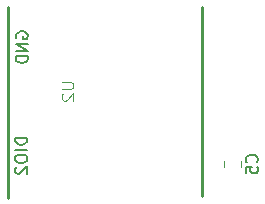
<source format=gbr>
%TF.GenerationSoftware,KiCad,Pcbnew,7.0.11-2.fc39*%
%TF.CreationDate,2024-04-30T19:09:02-04:00*%
%TF.ProjectId,OS42Mini,4f533432-4d69-46e6-992e-6b696361645f,rev?*%
%TF.SameCoordinates,Original*%
%TF.FileFunction,Legend,Bot*%
%TF.FilePolarity,Positive*%
%FSLAX46Y46*%
G04 Gerber Fmt 4.6, Leading zero omitted, Abs format (unit mm)*
G04 Created by KiCad (PCBNEW 7.0.11-2.fc39) date 2024-04-30 19:09:02*
%MOMM*%
%LPD*%
G01*
G04 APERTURE LIST*
%ADD10C,0.100000*%
%ADD11C,0.200000*%
%ADD12C,0.150000*%
%ADD13C,0.250000*%
%ADD14C,0.120000*%
G04 APERTURE END LIST*
D10*
X145287419Y-113438095D02*
X146096942Y-113438095D01*
X146096942Y-113438095D02*
X146192180Y-113485714D01*
X146192180Y-113485714D02*
X146239800Y-113533333D01*
X146239800Y-113533333D02*
X146287419Y-113628571D01*
X146287419Y-113628571D02*
X146287419Y-113819047D01*
X146287419Y-113819047D02*
X146239800Y-113914285D01*
X146239800Y-113914285D02*
X146192180Y-113961904D01*
X146192180Y-113961904D02*
X146096942Y-114009523D01*
X146096942Y-114009523D02*
X145287419Y-114009523D01*
X145382657Y-114438095D02*
X145335038Y-114485714D01*
X145335038Y-114485714D02*
X145287419Y-114580952D01*
X145287419Y-114580952D02*
X145287419Y-114819047D01*
X145287419Y-114819047D02*
X145335038Y-114914285D01*
X145335038Y-114914285D02*
X145382657Y-114961904D01*
X145382657Y-114961904D02*
X145477895Y-115009523D01*
X145477895Y-115009523D02*
X145573133Y-115009523D01*
X145573133Y-115009523D02*
X145715990Y-114961904D01*
X145715990Y-114961904D02*
X146287419Y-114390476D01*
X146287419Y-114390476D02*
X146287419Y-115009523D01*
D11*
X141469838Y-109723482D02*
X141422219Y-109628244D01*
X141422219Y-109628244D02*
X141422219Y-109485387D01*
X141422219Y-109485387D02*
X141469838Y-109342530D01*
X141469838Y-109342530D02*
X141565076Y-109247292D01*
X141565076Y-109247292D02*
X141660314Y-109199673D01*
X141660314Y-109199673D02*
X141850790Y-109152054D01*
X141850790Y-109152054D02*
X141993647Y-109152054D01*
X141993647Y-109152054D02*
X142184123Y-109199673D01*
X142184123Y-109199673D02*
X142279361Y-109247292D01*
X142279361Y-109247292D02*
X142374600Y-109342530D01*
X142374600Y-109342530D02*
X142422219Y-109485387D01*
X142422219Y-109485387D02*
X142422219Y-109580625D01*
X142422219Y-109580625D02*
X142374600Y-109723482D01*
X142374600Y-109723482D02*
X142326980Y-109771101D01*
X142326980Y-109771101D02*
X141993647Y-109771101D01*
X141993647Y-109771101D02*
X141993647Y-109580625D01*
X142422219Y-110199673D02*
X141422219Y-110199673D01*
X141422219Y-110199673D02*
X142422219Y-110771101D01*
X142422219Y-110771101D02*
X141422219Y-110771101D01*
X142422219Y-111247292D02*
X141422219Y-111247292D01*
X141422219Y-111247292D02*
X141422219Y-111485387D01*
X141422219Y-111485387D02*
X141469838Y-111628244D01*
X141469838Y-111628244D02*
X141565076Y-111723482D01*
X141565076Y-111723482D02*
X141660314Y-111771101D01*
X141660314Y-111771101D02*
X141850790Y-111818720D01*
X141850790Y-111818720D02*
X141993647Y-111818720D01*
X141993647Y-111818720D02*
X142184123Y-111771101D01*
X142184123Y-111771101D02*
X142279361Y-111723482D01*
X142279361Y-111723482D02*
X142374600Y-111628244D01*
X142374600Y-111628244D02*
X142422219Y-111485387D01*
X142422219Y-111485387D02*
X142422219Y-111247292D01*
X142372219Y-118159673D02*
X141372219Y-118159673D01*
X141372219Y-118159673D02*
X141372219Y-118397768D01*
X141372219Y-118397768D02*
X141419838Y-118540625D01*
X141419838Y-118540625D02*
X141515076Y-118635863D01*
X141515076Y-118635863D02*
X141610314Y-118683482D01*
X141610314Y-118683482D02*
X141800790Y-118731101D01*
X141800790Y-118731101D02*
X141943647Y-118731101D01*
X141943647Y-118731101D02*
X142134123Y-118683482D01*
X142134123Y-118683482D02*
X142229361Y-118635863D01*
X142229361Y-118635863D02*
X142324600Y-118540625D01*
X142324600Y-118540625D02*
X142372219Y-118397768D01*
X142372219Y-118397768D02*
X142372219Y-118159673D01*
X142372219Y-119159673D02*
X141372219Y-119159673D01*
X141372219Y-119826339D02*
X141372219Y-120016815D01*
X141372219Y-120016815D02*
X141419838Y-120112053D01*
X141419838Y-120112053D02*
X141515076Y-120207291D01*
X141515076Y-120207291D02*
X141705552Y-120254910D01*
X141705552Y-120254910D02*
X142038885Y-120254910D01*
X142038885Y-120254910D02*
X142229361Y-120207291D01*
X142229361Y-120207291D02*
X142324600Y-120112053D01*
X142324600Y-120112053D02*
X142372219Y-120016815D01*
X142372219Y-120016815D02*
X142372219Y-119826339D01*
X142372219Y-119826339D02*
X142324600Y-119731101D01*
X142324600Y-119731101D02*
X142229361Y-119635863D01*
X142229361Y-119635863D02*
X142038885Y-119588244D01*
X142038885Y-119588244D02*
X141705552Y-119588244D01*
X141705552Y-119588244D02*
X141515076Y-119635863D01*
X141515076Y-119635863D02*
X141419838Y-119731101D01*
X141419838Y-119731101D02*
X141372219Y-119826339D01*
X141467457Y-120635863D02*
X141419838Y-120683482D01*
X141419838Y-120683482D02*
X141372219Y-120778720D01*
X141372219Y-120778720D02*
X141372219Y-121016815D01*
X141372219Y-121016815D02*
X141419838Y-121112053D01*
X141419838Y-121112053D02*
X141467457Y-121159672D01*
X141467457Y-121159672D02*
X141562695Y-121207291D01*
X141562695Y-121207291D02*
X141657933Y-121207291D01*
X141657933Y-121207291D02*
X141800790Y-121159672D01*
X141800790Y-121159672D02*
X142372219Y-120588244D01*
X142372219Y-120588244D02*
X142372219Y-121207291D01*
D12*
X161805580Y-120229333D02*
X161853200Y-120181714D01*
X161853200Y-120181714D02*
X161900819Y-120038857D01*
X161900819Y-120038857D02*
X161900819Y-119943619D01*
X161900819Y-119943619D02*
X161853200Y-119800762D01*
X161853200Y-119800762D02*
X161757961Y-119705524D01*
X161757961Y-119705524D02*
X161662723Y-119657905D01*
X161662723Y-119657905D02*
X161472247Y-119610286D01*
X161472247Y-119610286D02*
X161329390Y-119610286D01*
X161329390Y-119610286D02*
X161138914Y-119657905D01*
X161138914Y-119657905D02*
X161043676Y-119705524D01*
X161043676Y-119705524D02*
X160948438Y-119800762D01*
X160948438Y-119800762D02*
X160900819Y-119943619D01*
X160900819Y-119943619D02*
X160900819Y-120038857D01*
X160900819Y-120038857D02*
X160948438Y-120181714D01*
X160948438Y-120181714D02*
X160996057Y-120229333D01*
X160900819Y-121134095D02*
X160900819Y-120657905D01*
X160900819Y-120657905D02*
X161377009Y-120610286D01*
X161377009Y-120610286D02*
X161329390Y-120657905D01*
X161329390Y-120657905D02*
X161281771Y-120753143D01*
X161281771Y-120753143D02*
X161281771Y-120991238D01*
X161281771Y-120991238D02*
X161329390Y-121086476D01*
X161329390Y-121086476D02*
X161377009Y-121134095D01*
X161377009Y-121134095D02*
X161472247Y-121181714D01*
X161472247Y-121181714D02*
X161710342Y-121181714D01*
X161710342Y-121181714D02*
X161805580Y-121134095D01*
X161805580Y-121134095D02*
X161853200Y-121086476D01*
X161853200Y-121086476D02*
X161900819Y-120991238D01*
X161900819Y-120991238D02*
X161900819Y-120753143D01*
X161900819Y-120753143D02*
X161853200Y-120657905D01*
X161853200Y-120657905D02*
X161805580Y-120610286D01*
D13*
%TO.C,U2*%
X157190000Y-107050000D02*
X157200000Y-123060000D01*
X140740000Y-107050000D02*
X140740000Y-123230000D01*
D14*
%TO.C,C5*%
X159031000Y-120657252D02*
X159031000Y-120134748D01*
X160501000Y-120657252D02*
X160501000Y-120134748D01*
%TD*%
M02*

</source>
